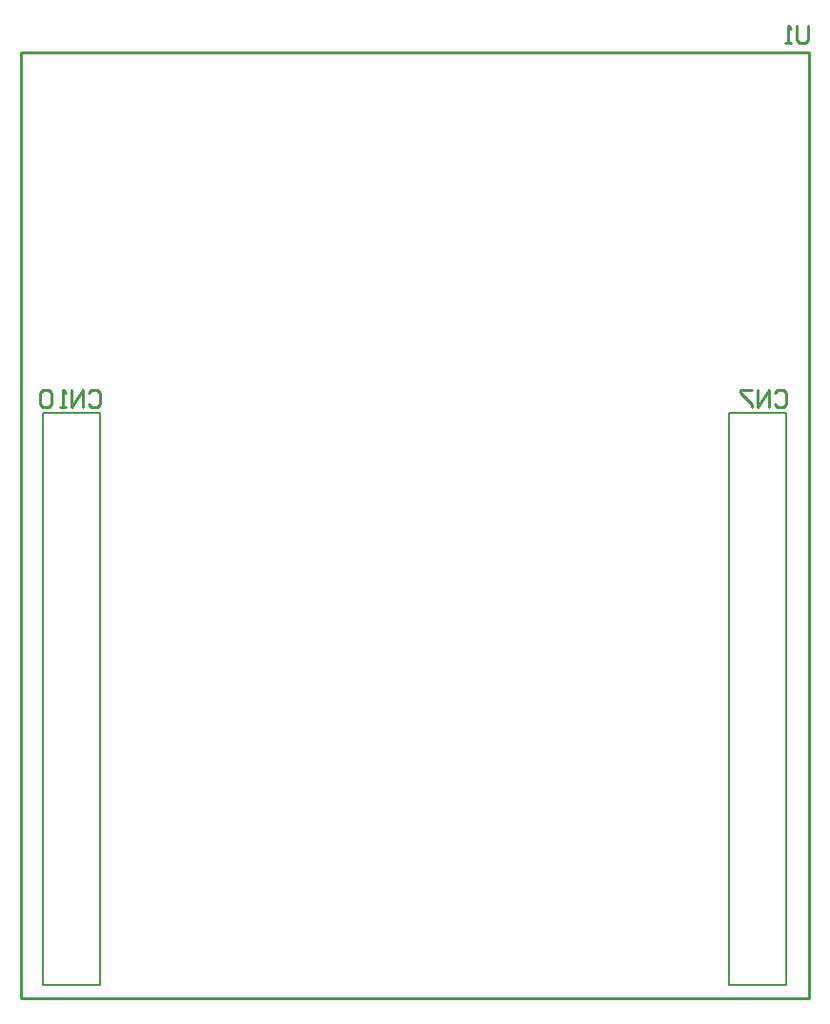
<source format=gbo>
G04*
G04 #@! TF.GenerationSoftware,Altium Limited,Altium Designer,24.2.2 (26)*
G04*
G04 Layer_Color=32896*
%FSLAX25Y25*%
%MOIN*%
G70*
G04*
G04 #@! TF.SameCoordinates,5F3C5C40-F4FD-4A7E-B3CF-B0B929BE72FD*
G04*
G04*
G04 #@! TF.FilePolarity,Positive*
G04*
G01*
G75*
%ADD12C,0.00787*%
%ADD13C,0.01000*%
D12*
X47500Y15000D02*
X67500D01*
X47500Y215000D02*
X67500D01*
X47500Y15000D02*
Y215000D01*
X67500Y15000D02*
Y215000D01*
X287500Y15000D02*
X307500D01*
X287500Y215000D02*
X307500D01*
X287500Y15000D02*
Y215000D01*
X307500Y15000D02*
Y215000D01*
D13*
X315492Y10295D02*
Y340906D01*
X39803Y10295D02*
X315492D01*
X39803D02*
Y340906D01*
X315492D01*
X63501Y221998D02*
X64501Y222998D01*
X66500D01*
X67500Y221998D01*
Y218000D01*
X66500Y217000D01*
X64501D01*
X63501Y218000D01*
X61502Y217000D02*
Y222998D01*
X57503Y217000D01*
Y222998D01*
X55504Y217000D02*
X53505D01*
X54504D01*
Y222998D01*
X55504Y221998D01*
X50506D02*
X49506Y222998D01*
X47506D01*
X46507Y221998D01*
Y218000D01*
X47506Y217000D01*
X49506D01*
X50506Y218000D01*
Y221998D01*
X303501D02*
X304501Y222998D01*
X306500D01*
X307500Y221998D01*
Y218000D01*
X306500Y217000D01*
X304501D01*
X303501Y218000D01*
X301502Y217000D02*
Y222998D01*
X297503Y217000D01*
Y222998D01*
X295504D02*
X291505D01*
Y221998D01*
X295504Y218000D01*
Y217000D01*
X315000Y350398D02*
Y345400D01*
X314000Y344400D01*
X312001D01*
X311001Y345400D01*
Y350398D01*
X309002Y344400D02*
X307003D01*
X308002D01*
Y350398D01*
X309002Y349398D01*
M02*

</source>
